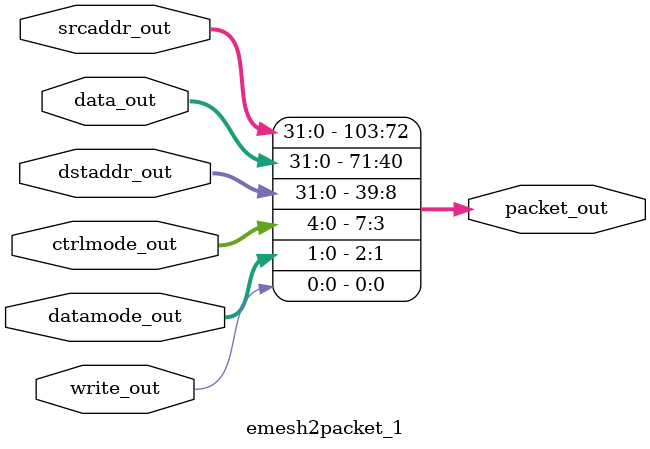
<source format=v>
module emesh2packet_1 #(parameter AW = 32,   
		      parameter PW = 104)  
   (
    input 	    write_out, 
    input [1:0]     datamode_out,
    input [4:0]     ctrlmode_out,
    input [AW-1:0]  dstaddr_out,
    input [AW-1:0]  data_out, 
    input [AW-1:0]  srcaddr_out, 
    output [PW-1:0] packet_out
    );
   assign packet_out[0]       = write_out;   
   assign packet_out[2:1]     = datamode_out[1:0];
   assign packet_out[7:3]     = ctrlmode_out[4:0];
   generate   
     if(PW==136)
	begin : p136
	   assign packet_out[39:8]    = dstaddr_out[31:0];
	   assign packet_out[71:40]   = data_out[31:0];    
	   assign packet_out[103:72]  = srcaddr_out[31:0]; 
	   assign packet_out[135:104] = dstaddr_out[63:32];
	end
      else if(PW==104)
	begin : p104
	   assign packet_out[39:8]    = dstaddr_out[31:0];
	   assign packet_out[71:40]   = data_out[31:0];
	   assign packet_out[103:72]  = srcaddr_out[31:0];
	end
      else if(PW==72)
	begin : p72
	   assign packet_out[39:8]    = dstaddr_out[31:0];
	   assign packet_out[71:40]   = data_out[31:0];
	end
      else if(PW==40)
	begin : p40
	   assign packet_out[23:8]    = dstaddr_out[15:0];
	   assign packet_out[39:24]   = data_out[15:0];
	end
   endgenerate
endmodule
</source>
